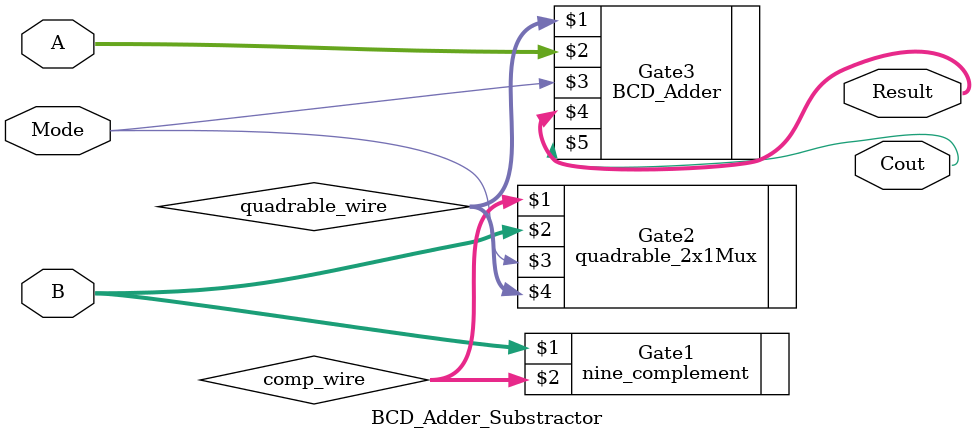
<source format=v>
module BCD_Adder_Substractor (B,A,Mode,Result,Cout) ;
 
input [3:0] B; //4-bits
input [3:0] A; //4-bits
input Mode ; //zero or one 

wire [3:0] comp_wire; //4-bits 
wire [3:0] quadrable_wire; //4-bits 

nine_complement Gate1 (B,comp_wire); //call module nine complement
quadrable_2x1Mux Gate2 (comp_wire,B,Mode,quadrable_wire);//call module quadrable 2 x 1 mux 
BCD_Adder Gate3 (quadrable_wire,A,Mode,Result,Cout); //call module BCD adder 
 
output [3:0] Result ; // 4 - bit
output Cout ; // final carry out 

endmodule



</source>
